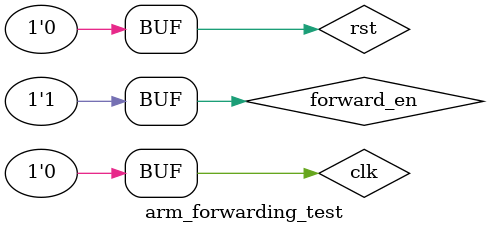
<source format=v>
`timescale 1ns/1ns

module arm_pipeline_test();
    reg clk = 0, rst = 0, forward_en = 0;

    ARM uut(clk, rst, forward_en);

    initial begin
    	repeat (2000) #5 clk = ~clk;
    end

    initial begin
    	#10 rst = 1;
      #20 rst = 0;
    end

endmodule


module arm_forwarding_test ();
reg clk = 0, rst = 0, forward_en = 1;

ARM uut(clk, rst, forward_en);

initial begin
  repeat (2000) #5 clk = ~clk;
end

initial begin
  #10 rst = 1;
  #20 rst = 0;
end

endmodule

</source>
